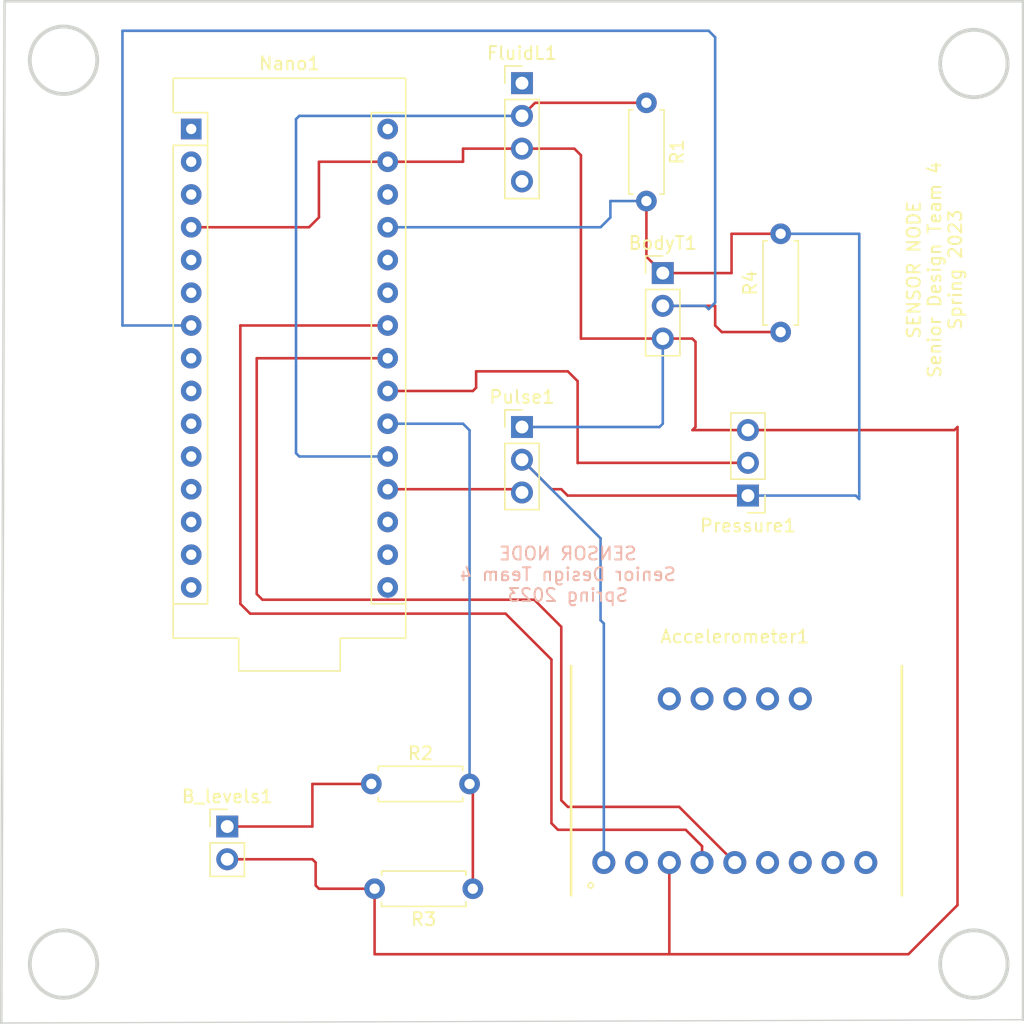
<source format=kicad_pcb>
(kicad_pcb (version 20211014) (generator pcbnew)
  (title_block (title "Sensor Node PCB") (rev "v01") (comment 4 "Author: Maryam Mukhtar "))
  (layers (0 "F.Cu" signal) (31 "B.Cu" signal) (34 "B.Paste" user) (35 "F.Paste" user) (36 "B.SilkS" user "B.Silkscreen") (37 "F.SilkS" user "F.Silkscreen") (38 "B.Mask" user) (39 "F.Mask" user) (44 "Edge.Cuts" user))
  (net 0 "")
  (net 1 "Net-(Nano1-Pad27)")
  (net 2 "Net-(Accelerometer1-Pad3)")
  (net 4 "Net-(Accelerometer1-Pad4)")
  (net 5 "Net-(Accelerometer1-Pad5)")
  (net 15 "Net-(Nano1-Pad7)")
  (net 18 "Net-(FluidL1-Pad2)")
  (net 19 "Net-(Nano1-Pad22)")
  (net 20 "Net-(Nano1-Pad19)")
  (net 21 "Net-(B_levels1-Pad1)")
  (net 29 "Net-(Nano1-Pad21)")
  (footprint "Arduino:Arduino_Nano" (layer "F.Cu") (at 134.366 53.594)
    (fp_text reference "Nano1" (at 7.62 -5.08) (layer "F.SilkS"))
    (fp_text value "Arduino_Nano")
    (fp_line (start 16.637 -3.937) (end -1.397 -3.937) (layer "F.SilkS") (width 0.12))
    (fp_line (start 13.97 36.83) (end 16.64 36.83) (layer "F.SilkS") (width 0.12))
    (fp_line (start 1.27 36.83) (end -1.4 36.83) (layer "F.SilkS") (width 0.12))
    (fp_line (start 3.683 42.037) (end 3.683 39.497) (layer "F.SilkS") (width 0.12))
    (fp_line (start 16.637 39.497) (end 16.637 -3.937) (layer "F.SilkS") (width 0.12))
    (fp_line (start -1.397 1.27) (end -1.397 39.497) (layer "F.SilkS") (width 0.12))
    (fp_line (start 1.27 1.27) (end 1.27 -1.27) (layer "F.SilkS") (width 0.12))
    (fp_line (start 13.97 -1.27) (end 13.97 36.83) (layer "F.SilkS") (width 0.12))
    (fp_line (start 3.683 42.037) (end 11.557 42.037) (layer "F.SilkS") (width 0.12))
    (fp_line (start 1.27 1.27) (end 1.27 36.83) (layer "F.SilkS") (width 0.12))
    (fp_line (start -1.397 39.497) (end 3.683 39.497) (layer "F.SilkS") (width 0.12))
    (fp_line (start 11.557 42.037) (end 11.557 39.497) (layer "F.SilkS") (width 0.12))
    (fp_line (start 11.557 39.497) (end 16.637 39.497) (layer "F.SilkS") (width 0.12))
    (fp_line (start 1.27 1.27) (end -1.397 1.27) (layer "F.SilkS") (width 0.12))
    (fp_line (start 1.27 -1.27) (end -1.397 -1.27) (layer "F.SilkS") (width 0.12))
    (fp_line (start -1.397 -3.937) (end -1.397 -1.27) (layer "F.SilkS") (width 0.12))
    (fp_line (start 13.97 -1.27) (end 16.64 -1.27) (layer "F.SilkS") (width 0.12))
    (pad "1" thru_hole rect locked (at 0 0) (size 1.6 1.6) (drill 0.8) (layers *.Cu *.Mask))
    (pad "2" thru_hole oval locked (at 0 2.54) (size 1.6 1.6) (drill 0.8) (layers *.Cu *.Mask))
    (pad "3" thru_hole oval locked (at 0 5.08) (size 1.6 1.6) (drill 0.8) (layers *.Cu *.Mask))
    (pad "4" thru_hole oval locked (at 0 7.62) (size 1.6 1.6) (drill 0.8) (layers *.Cu *.Mask) (net 2 "Net-(Accelerometer1-Pad3)"))
    (pad "5" thru_hole oval locked (at 0 10.16) (size 1.6 1.6) (drill 0.8) (layers *.Cu *.Mask))
    (pad "6" thru_hole oval locked (at 0 12.7) (size 1.6 1.6) (drill 0.8) (layers *.Cu *.Mask))
    (pad "7" thru_hole oval locked (at 0 15.24) (size 1.6 1.6) (drill 0.8) (layers *.Cu *.Mask) (net 15 "Net-(Nano1-Pad7)"))
    (pad "8" thru_hole oval locked (at 0 17.78) (size 1.6 1.6) (drill 0.8) (layers *.Cu *.Mask))
    (pad "9" thru_hole oval locked (at 0 20.32) (size 1.6 1.6) (drill 0.8) (layers *.Cu *.Mask))
    (pad "10" thru_hole oval locked (at 0 22.86) (size 1.6 1.6) (drill 0.8) (layers *.Cu *.Mask))
    (pad "11" thru_hole oval locked (at 0 25.4) (size 1.6 1.6) (drill 0.8) (layers *.Cu *.Mask))
    (pad "12" thru_hole oval locked (at 0 27.94) (size 1.6 1.6) (drill 0.8) (layers *.Cu *.Mask))
    (pad "13" thru_hole oval locked (at 0 30.48) (size 1.6 1.6) (drill 0.8) (layers *.Cu *.Mask))
    (pad "14" thru_hole oval locked (at 0 33.02) (size 1.6 1.6) (drill 0.8) (layers *.Cu *.Mask))
    (pad "15" thru_hole oval locked (at 0 35.56) (size 1.6 1.6) (drill 0.8) (layers *.Cu *.Mask))
    (pad "16" thru_hole oval locked (at 15.24 35.56) (size 1.6 1.6) (drill 0.8) (layers *.Cu *.Mask))
    (pad "17" thru_hole oval locked (at 15.24 33.02) (size 1.6 1.6) (drill 0.8) (layers *.Cu *.Mask))
    (pad "18" thru_hole oval locked (at 15.24 30.48) (size 1.6 1.6) (drill 0.8) (layers *.Cu *.Mask))
    (pad "19" thru_hole oval locked (at 15.24 27.94) (size 1.6 1.6) (drill 0.8) (layers *.Cu *.Mask) (net 20 "Net-(Nano1-Pad19)"))
    (pad "20" thru_hole oval locked (at 15.24 25.4) (size 1.6 1.6) (drill 0.8) (layers *.Cu *.Mask) (net 18 "Net-(FluidL1-Pad2)"))
    (pad "21" thru_hole oval locked (at 15.24 22.86) (size 1.6 1.6) (drill 0.8) (layers *.Cu *.Mask) (net 29 "Net-(Nano1-Pad21)"))
    (pad "22" thru_hole oval locked (at 15.24 20.32) (size 1.6 1.6) (drill 0.8) (layers *.Cu *.Mask) (net 19 "Net-(Nano1-Pad22)"))
    (pad "23" thru_hole oval locked (at 15.24 17.78) (size 1.6 1.6) (drill 0.8) (layers *.Cu *.Mask) (net 5 "Net-(Accelerometer1-Pad5)"))
    (pad "24" thru_hole oval locked (at 15.24 15.24) (size 1.6 1.6) (drill 0.8) (layers *.Cu *.Mask) (net 4 "Net-(Accelerometer1-Pad4)"))
    (pad "25" thru_hole oval locked (at 15.24 12.7) (size 1.6 1.6) (drill 0.8) (layers *.Cu *.Mask))
    (pad "26" thru_hole oval locked (at 15.24 10.16) (size 1.6 1.6) (drill 0.8) (layers *.Cu *.Mask))
    (pad "27" thru_hole oval locked (at 15.24 7.62) (size 1.6 1.6) (drill 0.8) (layers *.Cu *.Mask) (net 1 "Net-(Nano1-Pad27)"))
    (pad "28" thru_hole oval locked (at 15.24 5.08) (size 1.6 1.6) (drill 0.8) (layers *.Cu *.Mask))
    (pad "29" thru_hole oval locked (at 15.24 2.54) (size 1.6 1.6) (drill 0.8) (layers *.Cu *.Mask) (net 2 "Net-(Accelerometer1-Pad3)"))
    (pad "30" thru_hole oval locked (at 15.24 0) (size 1.6 1.6) (drill 0.8) (layers *.Cu *.Mask))
  )
  (footprint "Connector_PinHeader_2.54mm:PinHeader_1x02_P2.54mm_Vertical" (layer "F.Cu") (at 137.16 107.696)
    (fp_text reference "B_levels1" (at 0 -2.33) (layer "F.SilkS"))
    (fp_text value "BT_L_Port")
    (fp_line (start -1.33 1.27) (end 1.33 1.27) (layer "F.SilkS") (width 0.12))
    (fp_line (start -1.33 0) (end -1.33 -1.33) (layer "F.SilkS") (width 0.12))
    (fp_line (start -1.33 -1.33) (end 0 -1.33) (layer "F.SilkS") (width 0.12))
    (fp_line (start -1.33 1.27) (end -1.33 3.87) (layer "F.SilkS") (width 0.12))
    (fp_line (start 1.33 1.27) (end 1.33 3.87) (layer "F.SilkS") (width 0.12))
    (fp_line (start -1.33 3.87) (end 1.33 3.87) (layer "F.SilkS") (width 0.12))
    (pad "1" thru_hole rect (at 0 0) (size 1.7 1.7) (drill 1) (layers *.Cu *.Mask) (net 21 "Net-(B_levels1-Pad1)"))
    (pad "2" thru_hole oval (at 0 2.54) (size 1.7 1.7) (drill 1) (layers *.Cu *.Mask) (net 2 "Net-(Accelerometer1-Pad3)"))
  )
  (footprint "Resistor_THT:R_Axial_DIN0207_L6.3mm_D2.5mm_P7.62mm_Horizontal" (layer "F.Cu") (at 169.672 51.562 -90)
    (fp_text reference "R1" (at 3.81 -2.37 90) (layer "F.SilkS"))
    (fp_text value "560Ω")
    (fp_line (start 0.54 1.37) (end 7.08 1.37) (layer "F.SilkS") (width 0.12))
    (fp_line (start 0.54 -1.04) (end 0.54 -1.37) (layer "F.SilkS") (width 0.12))
    (fp_line (start 7.08 1.37) (end 7.08 1.04) (layer "F.SilkS") (width 0.12))
    (fp_line (start 0.54 1.04) (end 0.54 1.37) (layer "F.SilkS") (width 0.12))
    (fp_line (start 7.08 -1.37) (end 7.08 -1.04) (layer "F.SilkS") (width 0.12))
    (fp_line (start 0.54 -1.37) (end 7.08 -1.37) (layer "F.SilkS") (width 0.12))
    (pad "1" thru_hole circle (at 0 0 270) (size 1.6 1.6) (drill 0.8) (layers *.Cu *.Mask) (net 18 "Net-(FluidL1-Pad2)"))
    (pad "2" thru_hole oval (at 7.62 0 270) (size 1.6 1.6) (drill 0.8) (layers *.Cu *.Mask) (net 1 "Net-(Nano1-Pad27)"))
  )
  (footprint "Connector_PinHeader_2.54mm:PinHeader_1x04_P2.54mm_Vertical" (layer "F.Cu") (at 160.02 50.038)
    (fp_text reference "FluidL1" (at 0 -2.33) (layer "F.SilkS"))
    (fp_text value "eTape_Port")
    (fp_line (start 1.33 1.27) (end 1.33 8.95) (layer "F.SilkS") (width 0.12))
    (fp_line (start -1.33 1.27) (end 1.33 1.27) (layer "F.SilkS") (width 0.12))
    (fp_line (start -1.33 1.27) (end -1.33 8.95) (layer "F.SilkS") (width 0.12))
    (fp_line (start -1.33 8.95) (end 1.33 8.95) (layer "F.SilkS") (width 0.12))
    (fp_line (start -1.33 -1.33) (end 0 -1.33) (layer "F.SilkS") (width 0.12))
    (fp_line (start -1.33 0) (end -1.33 -1.33) (layer "F.SilkS") (width 0.12))
    (pad "1" thru_hole rect (at 0 0) (size 1.7 1.7) (drill 1) (layers *.Cu *.Mask))
    (pad "2" thru_hole oval (at 0 2.54) (size 1.7 1.7) (drill 1) (layers *.Cu *.Mask) (net 18 "Net-(FluidL1-Pad2)"))
    (pad "3" thru_hole oval (at 0 5.08) (size 1.7 1.7) (drill 1) (layers *.Cu *.Mask) (net 2 "Net-(Accelerometer1-Pad3)"))
    (pad "4" thru_hole oval (at 0 7.62) (size 1.7 1.7) (drill 1) (layers *.Cu *.Mask))
  )
  (footprint "Connector_PinHeader_2.54mm:PinHeader_1x03_P2.54mm_Vertical" (layer "F.Cu") (at 160.02 76.708)
    (fp_text reference "Pulse1" (at 0 -2.33) (layer "F.SilkS"))
    (fp_text value "SEN-11574_Port")
    (fp_line (start -1.33 0) (end -1.33 -1.33) (layer "F.SilkS") (width 0.12))
    (fp_line (start -1.33 1.27) (end 1.33 1.27) (layer "F.SilkS") (width 0.12))
    (fp_line (start -1.33 6.41) (end 1.33 6.41) (layer "F.SilkS") (width 0.12))
    (fp_line (start -1.33 -1.33) (end 0 -1.33) (layer "F.SilkS") (width 0.12))
    (fp_line (start -1.33 1.27) (end -1.33 6.41) (layer "F.SilkS") (width 0.12))
    (fp_line (start 1.33 1.27) (end 1.33 6.41) (layer "F.SilkS") (width 0.12))
    (pad "1" thru_hole rect (at 0 0) (size 1.7 1.7) (drill 1) (layers *.Cu *.Mask) (net 2 "Net-(Accelerometer1-Pad3)"))
    (pad "2" thru_hole oval (at 0 2.54) (size 1.7 1.7) (drill 1) (layers *.Cu *.Mask) (net 1 "Net-(Nano1-Pad27)"))
    (pad "3" thru_hole oval (at 0 5.08) (size 1.7 1.7) (drill 1) (layers *.Cu *.Mask) (net 20 "Net-(Nano1-Pad19)"))
  )
  (footprint "Resistor_THT:R_Axial_DIN0207_L6.3mm_D2.5mm_P7.62mm_Horizontal" (layer "F.Cu") (at 180.086 69.342 90)
    (fp_text reference "R4" (at 3.81 -2.37 90) (layer "F.SilkS"))
    (fp_text value "4.7kΩ")
    (fp_line (start 0.54 1.04) (end 0.54 1.37) (layer "F.SilkS") (width 0.12))
    (fp_line (start 0.54 -1.04) (end 0.54 -1.37) (layer "F.SilkS") (width 0.12))
    (fp_line (start 7.08 1.37) (end 7.08 1.04) (layer "F.SilkS") (width 0.12))
    (fp_line (start 0.54 -1.37) (end 7.08 -1.37) (layer "F.SilkS") (width 0.12))
    (fp_line (start 0.54 1.37) (end 7.08 1.37) (layer "F.SilkS") (width 0.12))
    (fp_line (start 7.08 -1.37) (end 7.08 -1.04) (layer "F.SilkS") (width 0.12))
    (pad "1" thru_hole circle (at 0 0 90) (size 1.6 1.6) (drill 0.8) (layers *.Cu *.Mask) (net 15 "Net-(Nano1-Pad7)"))
    (pad "2" thru_hole oval (at 7.62 0 90) (size 1.6 1.6) (drill 0.8) (layers *.Cu *.Mask) (net 1 "Net-(Nano1-Pad27)"))
  )
  (footprint "My_footprints_Library:LSM6DSOX" (layer "F.Cu") (at 176.53 104.14)
    (fp_text reference "Accelerometer1" (at 0 -11.176 unlocked) (layer "F.SilkS"))
    (fp_text value "LSM6DSOX")
    (fp_line (start 12.954 8.89) (end 12.954 -8.89) (layer "F.SilkS") (width 0.2032))
    (fp_line (start -12.7 8.89) (end -12.7 -8.89) (layer "F.SilkS") (width 0.2032))
    (fp_circle (center -11.176 8.128) (end -10.9728 8.128) (layer "F.SilkS") (width 0.12) (fill none))
    (pad "1" thru_hole circle (at -10.16 6.35) (size 1.782 1.782) (drill 1.02) (layers *.Cu *.Mask) (net 1 "Net-(Nano1-Pad27)"))
    (pad "2" thru_hole circle (at -7.62 6.35) (size 1.782 1.782) (drill 1.02) (layers *.Cu *.Mask))
    (pad "3" thru_hole circle (at -5.08 6.35) (size 1.782 1.782) (drill 1.02) (layers *.Cu *.Mask) (net 2 "Net-(Accelerometer1-Pad3)"))
    (pad "4" thru_hole circle (at -2.54 6.35) (size 1.782 1.782) (drill 1.02) (layers *.Cu *.Mask) (net 4 "Net-(Accelerometer1-Pad4)"))
    (pad "5" thru_hole circle (at 0 6.35) (size 1.782 1.782) (drill 1.02) (layers *.Cu *.Mask) (net 5 "Net-(Accelerometer1-Pad5)"))
    (pad "6" thru_hole circle (at 2.54 6.35) (size 1.782 1.782) (drill 1.02) (layers *.Cu *.Mask))
    (pad "7" thru_hole circle (at 5.08 6.35) (size 1.782 1.782) (drill 1.02) (layers *.Cu *.Mask))
    (pad "8" thru_hole circle (at 7.62 6.35) (size 1.782 1.782) (drill 1.02) (layers *.Cu *.Mask))
    (pad "9" thru_hole circle (at 10.16 6.35) (size 1.782 1.782) (drill 1.02) (layers *.Cu *.Mask))
    (pad "10" thru_hole circle (at -5.08 -6.35) (size 1.782 1.782) (drill 1.02) (layers *.Cu *.Mask))
    (pad "11" thru_hole circle (at -2.54 -6.35) (size 1.782 1.782) (drill 1.02) (layers *.Cu *.Mask))
    (pad "12" thru_hole circle (at 0 -6.35) (size 1.782 1.782) (drill 1.02) (layers *.Cu *.Mask))
    (pad "13" thru_hole circle (at 2.54 -6.35) (size 1.782 1.782) (drill 1.02) (layers *.Cu *.Mask))
    (pad "14" thru_hole circle (at 5.08 -6.35) (size 1.782 1.782) (drill 1.02) (layers *.Cu *.Mask))
  )
  (footprint "Resistor_THT:R_Axial_DIN0207_L6.3mm_D2.5mm_P7.62mm_Horizontal" (layer "F.Cu") (at 148.336 104.394)
    (fp_text reference "R2" (at 3.81 -2.37) (layer "F.SilkS"))
    (fp_text value "21kΩ")
    (fp_line (start 0.54 -1.04) (end 0.54 -1.37) (layer "F.SilkS") (width 0.12))
    (fp_line (start 0.54 1.04) (end 0.54 1.37) (layer "F.SilkS") (width 0.12))
    (fp_line (start 7.08 1.37) (end 7.08 1.04) (layer "F.SilkS") (width 0.12))
    (fp_line (start 7.08 -1.37) (end 7.08 -1.04) (layer "F.SilkS") (width 0.12))
    (fp_line (start 0.54 1.37) (end 7.08 1.37) (layer "F.SilkS") (width 0.12))
    (fp_line (start 0.54 -1.37) (end 7.08 -1.37) (layer "F.SilkS") (width 0.12))
    (pad "1" thru_hole circle (at 0 0) (size 1.6 1.6) (drill 0.8) (layers *.Cu *.Mask) (net 21 "Net-(B_levels1-Pad1)"))
    (pad "2" thru_hole oval (at 7.62 0) (size 1.6 1.6) (drill 0.8) (layers *.Cu *.Mask) (net 29 "Net-(Nano1-Pad21)"))
  )
  (footprint "Resistor_THT:R_Axial_DIN0207_L6.3mm_D2.5mm_P7.62mm_Horizontal" (layer "F.Cu") (at 156.21 112.522 180)
    (fp_text reference "R3" (at 3.81 -2.37) (layer "F.SilkS"))
    (fp_text value "11kΩ")
    (fp_line (start 7.08 1.37) (end 7.08 1.04) (layer "F.SilkS") (width 0.12))
    (fp_line (start 0.54 1.04) (end 0.54 1.37) (layer "F.SilkS") (width 0.12))
    (fp_line (start 7.08 -1.37) (end 7.08 -1.04) (layer "F.SilkS") (width 0.12))
    (fp_line (start 0.54 -1.04) (end 0.54 -1.37) (layer "F.SilkS") (width 0.12))
    (fp_line (start 0.54 -1.37) (end 7.08 -1.37) (layer "F.SilkS") (width 0.12))
    (fp_line (start 0.54 1.37) (end 7.08 1.37) (layer "F.SilkS") (width 0.12))
    (pad "1" thru_hole circle (at 0 0 180) (size 1.6 1.6) (drill 0.8) (layers *.Cu *.Mask) (net 29 "Net-(Nano1-Pad21)"))
    (pad "2" thru_hole oval (at 7.62 0 180) (size 1.6 1.6) (drill 0.8) (layers *.Cu *.Mask) (net 2 "Net-(Accelerometer1-Pad3)"))
  )
  (footprint "Connector_PinHeader_2.54mm:PinHeader_1x03_P2.54mm_Vertical" (layer "F.Cu") (at 170.942 64.77)
    (fp_text reference "BodyT1" (at 0 -2.33) (layer "F.SilkS"))
    (fp_text value "LM35_Port")
    (fp_line (start -1.33 -1.33) (end 0 -1.33) (layer "F.SilkS") (width 0.12))
    (fp_line (start -1.33 6.41) (end 1.33 6.41) (layer "F.SilkS") (width 0.12))
    (fp_line (start -1.33 0) (end -1.33 -1.33) (layer "F.SilkS") (width 0.12))
    (fp_line (start 1.33 1.27) (end 1.33 6.41) (layer "F.SilkS") (width 0.12))
    (fp_line (start -1.33 1.27) (end -1.33 6.41) (layer "F.SilkS") (width 0.12))
    (fp_line (start -1.33 1.27) (end 1.33 1.27) (layer "F.SilkS") (width 0.12))
    (pad "1" thru_hole rect (at 0 0) (size 1.7 1.7) (drill 1) (layers *.Cu *.Mask) (net 1 "Net-(Nano1-Pad27)"))
    (pad "2" thru_hole oval (at 0 2.54) (size 1.7 1.7) (drill 1) (layers *.Cu *.Mask) (net 15 "Net-(Nano1-Pad7)"))
    (pad "3" thru_hole oval (at 0 5.08) (size 1.7 1.7) (drill 1) (layers *.Cu *.Mask) (net 2 "Net-(Accelerometer1-Pad3)"))
  )
  (footprint "Connector_PinHeader_2.54mm:PinHeader_1x03_P2.54mm_Vertical" (layer "F.Cu") (at 177.546 82.027 180)
    (fp_text reference "Pressure1" (at 0 -2.33) (layer "F.SilkS"))
    (fp_text value "P_trans_port")
    (fp_line (start 1.33 1.27) (end 1.33 6.41) (layer "F.SilkS") (width 0.12))
    (fp_line (start -1.33 0) (end -1.33 -1.33) (layer "F.SilkS") (width 0.12))
    (fp_line (start -1.33 -1.33) (end 0 -1.33) (layer "F.SilkS") (width 0.12))
    (fp_line (start -1.33 6.41) (end 1.33 6.41) (layer "F.SilkS") (width 0.12))
    (fp_line (start -1.33 1.27) (end 1.33 1.27) (layer "F.SilkS") (width 0.12))
    (fp_line (start -1.33 1.27) (end -1.33 6.41) (layer "F.SilkS") (width 0.12))
    (pad "1" thru_hole rect (at 0 0 180) (size 1.7 1.7) (drill 1) (layers *.Cu *.Mask) (net 1 "Net-(Nano1-Pad27)"))
    (pad "2" thru_hole oval (at 0 2.54 180) (size 1.7 1.7) (drill 1) (layers *.Cu *.Mask) (net 19 "Net-(Nano1-Pad22)"))
    (pad "3" thru_hole oval (at 0 5.08 180) (size 1.7 1.7) (drill 1) (layers *.Cu *.Mask) (net 2 "Net-(Accelerometer1-Pad3)"))
  )
  (gr_line (start 119.634 122.936) (end 198.882 122.682) (layer "Edge.Cuts") (width 0.1))
  (gr_circle (center 124.46 118.364) (end 127.07509 118.364) (layer "Edge.Cuts") (width 0.3) (fill none))
  (gr_line (start 119.888 43.688) (end 119.634 122.936) (layer "Edge.Cuts") (width 0.2))
  (gr_circle (center 195.072 118.364) (end 197.68709 118.364) (layer "Edge.Cuts") (width 0.3) (fill none))
  (gr_line (start 198.882 43.688) (end 119.888 43.688) (layer "Edge.Cuts") (width 0.2))
  (gr_line (start 198.882 122.682) (end 198.882 43.688) (layer "Edge.Cuts") (width 0.2))
  (gr_circle (center 124.46 48.26) (end 127.07509 48.26) (layer "Edge.Cuts") (width 0.3) (fill none))
  (gr_circle (center 195.072 48.514) (end 197.68709 48.514) (layer "Edge.Cuts") (width 0.3) (fill none))
  (gr_text "SENSOR NODE\nSenior Design Team 4\nSpring 2023" (at 163.576 88.138) (layer "B.SilkS") (effects (font (size 1 1)) (justify mirror)))
  (gr_text "SENSOR NODE\nSenior Design Team 4\nSpring 2023" (at 192.024 64.516 -270) (layer "F.SilkS") (effects (font (size 1 1))))
  (segment (start 176.276 61.722) (end 176.276 64.77) (width 0.2) (layer "F.Cu") (net 1))
  (segment (start 162.306 81.534) (end 163.068 81.534) (width 0.2) (layer "F.Cu") (net 1))
  (segment (start 176.276 64.77) (end 170.942 64.77) (width 0.2) (layer "F.Cu") (net 1))
  (segment (start 163.561 82.027) (end 177.546 82.027) (width 0.2) (layer "F.Cu") (net 1))
  (segment (start 160.02 79.248) (end 162.306 81.534) (width 0.2) (layer "F.Cu") (net 1))
  (segment (start 169.672 63.5) (end 170.942 64.77) (width 0.2) (layer "F.Cu") (net 1))
  (segment (start 169.672 59.182) (end 169.672 63.5) (width 0.2) (layer "F.Cu") (net 1))
  (segment (start 163.068 81.534) (end 163.561 82.027) (width 0.2) (layer "F.Cu") (net 1))
  (segment (start 180.086 61.722) (end 176.276 61.722) (width 0.2) (layer "F.Cu") (net 1))
  (segment (start 160.02 79.248) (end 166.116 85.344) (width 0.2) (layer "B.Cu") (net 1))
  (segment (start 166.116 91.694) (end 166.37 91.948) (width 0.2) (layer "B.Cu") (net 1))
  (segment (start 166.116 85.344) (end 166.116 91.694) (width 0.2) (layer "B.Cu") (net 1))
  (segment (start 186.182 61.722) (end 180.086 61.722) (width 0.2) (layer "B.Cu") (net 1))
  (segment (start 166.878 59.182) (end 169.672 59.182) (width 0.2) (layer "B.Cu") (net 1))
  (segment (start 149.606 61.214) (end 166.116 61.214) (width 0.2) (layer "B.Cu") (net 1))
  (segment (start 166.878 60.452) (end 166.878 59.182) (width 0.2) (layer "B.Cu") (net 1))
  (segment (start 185.913 82.027) (end 186.182 82.296) (width 0.2) (layer "B.Cu") (net 1))
  (segment (start 186.182 82.296) (end 186.182 61.722) (width 0.2) (layer "B.Cu") (net 1))
  (segment (start 166.116 61.214) (end 166.878 60.452) (width 0.2) (layer "B.Cu") (net 1))
  (segment (start 166.37 91.948) (end 166.37 110.49) (width 0.2) (layer "B.Cu") (net 1))
  (segment (start 177.546 82.027) (end 185.913 82.027) (width 0.2) (layer "B.Cu") (net 1))
  (segment (start 143.51 61.214) (end 144.272 60.452) (width 0.2) (layer "F.Cu") (net 2))
  (segment (start 143.764 110.236) (end 144.018 110.49) (width 0.2) (layer "F.Cu") (net 2))
  (segment (start 144.272 56.134) (end 149.606 56.134) (width 0.2) (layer "F.Cu") (net 2))
  (segment (start 173.482 76.708) (end 173.243 76.947) (width 0.2) (layer "F.Cu") (net 2))
  (segment (start 134.366 61.214) (end 143.51 61.214) (width 0.2) (layer "F.Cu") (net 2))
  (segment (start 171.45 110.49) (end 171.45 117.602) (width 0.2) (layer "F.Cu") (net 2))
  (segment (start 149.606 56.134) (end 155.448 56.134) (width 0.2) (layer "F.Cu") (net 2))
  (segment (start 160.02 55.118) (end 164.084 55.118) (width 0.2) (layer "F.Cu") (net 2))
  (segment (start 193.802 76.708) (end 193.563 76.947) (width 0.2) (layer "F.Cu") (net 2))
  (segment (start 155.448 55.118) (end 160.02 55.118) (width 0.2) (layer "F.Cu") (net 2))
  (segment (start 173.243 76.947) (end 177.546 76.947) (width 0.2) (layer "F.Cu") (net 2))
  (segment (start 193.563 76.947) (end 177.546 76.947) (width 0.2) (layer "F.Cu") (net 2))
  (segment (start 148.59 117.602) (end 171.45 117.602) (width 0.2) (layer "F.Cu") (net 2))
  (segment (start 173.482 70.104) (end 173.482 76.708) (width 0.2) (layer "F.Cu") (net 2))
  (segment (start 155.448 56.134) (end 155.448 55.118) (width 0.2) (layer "F.Cu") (net 2))
  (segment (start 164.592 69.85) (end 170.942 69.85) (width 0.2) (layer "F.Cu") (net 2))
  (segment (start 137.16 110.236) (end 143.764 110.236) (width 0.2) (layer "F.Cu") (net 2))
  (segment (start 189.992 117.602) (end 193.802 113.792) (width 0.2) (layer "F.Cu") (net 2))
  (segment (start 144.018 112.268) (end 144.272 112.522) (width 0.2) (layer "F.Cu") (net 2))
  (segment (start 144.272 60.452) (end 144.272 56.134) (width 0.2) (layer "F.Cu") (net 2))
  (segment (start 193.802 113.792) (end 193.802 76.708) (width 0.2) (layer "F.Cu") (net 2))
  (segment (start 164.592 55.626) (end 164.592 69.85) (width 0.2) (layer "F.Cu") (net 2))
  (segment (start 170.942 69.85) (end 173.228 69.85) (width 0.2) (layer "F.Cu") (net 2))
  (segment (start 144.272 112.522) (end 148.59 112.522) (width 0.2) (layer "F.Cu") (net 2))
  (segment (start 144.018 110.49) (end 144.018 112.268) (width 0.2) (layer "F.Cu") (net 2))
  (segment (start 148.59 112.522) (end 148.59 117.602) (width 0.2) (layer "F.Cu") (net 2))
  (segment (start 164.084 55.118) (end 164.592 55.626) (width 0.2) (layer "F.Cu") (net 2))
  (segment (start 173.228 69.85) (end 173.482 70.104) (width 0.2) (layer "F.Cu") (net 2))
  (segment (start 171.45 117.602) (end 189.992 117.602) (width 0.2) (layer "F.Cu") (net 2))
  (segment (start 160.02 76.708) (end 170.688 76.708) (width 0.2) (layer "B.Cu") (net 2))
  (segment (start 170.688 76.708) (end 170.942 76.454) (width 0.2) (layer "B.Cu") (net 2))
  (segment (start 170.942 76.454) (end 170.942 69.85) (width 0.2) (layer "B.Cu") (net 2))
  (segment (start 173.99 109.22) (end 172.72 107.95) (width 0.2) (layer "F.Cu") (net 4))
  (segment (start 162.306 107.442) (end 162.306 94.742) (width 0.2) (layer "F.Cu") (net 4))
  (segment (start 138.938 91.186) (end 138.176 90.424) (width 0.2) (layer "F.Cu") (net 4))
  (segment (start 138.176 68.834) (end 149.606 68.834) (width 0.2) (layer "F.Cu") (net 4))
  (segment (start 172.72 107.95) (end 162.814 107.95) (width 0.2) (layer "F.Cu") (net 4))
  (segment (start 162.814 107.95) (end 162.306 107.442) (width 0.2) (layer "F.Cu") (net 4))
  (segment (start 138.176 90.424) (end 138.176 68.834) (width 0.2) (layer "F.Cu") (net 4))
  (segment (start 173.99 110.49) (end 173.99 109.22) (width 0.2) (layer "F.Cu") (net 4))
  (segment (start 162.306 94.742) (end 158.75 91.186) (width 0.2) (layer "F.Cu") (net 4))
  (segment (start 158.75 91.186) (end 138.938 91.186) (width 0.2) (layer "F.Cu") (net 4))
  (segment (start 139.446 89.662) (end 139.446 71.374) (width 0.2) (layer "F.Cu") (net 5))
  (segment (start 139.446 71.374) (end 149.606 71.374) (width 0.2) (layer "F.Cu") (net 5))
  (segment (start 172.212 106.172) (end 163.576 106.172) (width 0.2) (layer "F.Cu") (net 5))
  (segment (start 176.53 110.49) (end 172.212 106.172) (width 0.2) (layer "F.Cu") (net 5))
  (segment (start 163.068 92.202) (end 160.970311 90.104311) (width 0.2) (layer "F.Cu") (net 5))
  (segment (start 163.576 106.172) (end 163.068 105.664) (width 0.2) (layer "F.Cu") (net 5))
  (segment (start 139.888311 90.104311) (end 139.446 89.662) (width 0.2) (layer "F.Cu") (net 5))
  (segment (start 160.970311 90.104311) (end 139.888311 90.104311) (width 0.2) (layer "F.Cu") (net 5))
  (segment (start 163.068 105.664) (end 163.068 92.202) (width 0.2) (layer "F.Cu") (net 5))
  (segment (start 175.006 68.834) (end 175.006 67.31) (width 0.2) (layer "F.Cu") (net 15))
  (segment (start 175.006 67.31) (end 170.942 67.31) (width 0.2) (layer "F.Cu") (net 15))
  (segment (start 180.086 69.342) (end 175.514 69.342) (width 0.2) (layer "F.Cu") (net 15))
  (segment (start 175.514 69.342) (end 175.006 68.834) (width 0.2) (layer "F.Cu") (net 15))
  (segment (start 174.498 45.974) (end 175.006 46.482) (width 0.2) (layer "B.Cu") (net 15))
  (segment (start 174.244 67.31) (end 170.942 67.31) (width 0.2) (layer "B.Cu") (net 15))
  (segment (start 129.032 45.974) (end 174.498 45.974) (width 0.2) (layer "B.Cu") (net 15))
  (segment (start 174.498 67.564) (end 174.244 67.31) (width 0.2) (layer "B.Cu") (net 15))
  (segment (start 175.006 46.482) (end 175.006 67.056) (width 0.2) (layer "B.Cu") (net 15))
  (segment (start 129.032 68.834) (end 129.032 45.974) (width 0.2) (layer "B.Cu") (net 15))
  (segment (start 134.366 68.834) (end 129.032 68.834) (width 0.2) (layer "B.Cu") (net 15))
  (segment (start 175.006 67.056) (end 174.498 67.564) (width 0.2) (layer "B.Cu") (net 15))
  (segment (start 161.036 51.562) (end 160.02 52.578) (width 0.2) (layer "F.Cu") (net 18))
  (segment (start 169.672 51.562) (end 161.036 51.562) (width 0.2) (layer "F.Cu") (net 18))
  (segment (start 142.494 78.74) (end 142.748 78.994) (width 0.2) (layer "B.Cu") (net 18))
  (segment (start 142.494 52.832) (end 142.494 78.74) (width 0.2) (layer "B.Cu") (net 18))
  (segment (start 160.02 52.578) (end 142.748 52.578) (width 0.2) (layer "B.Cu") (net 18))
  (segment (start 142.748 52.578) (end 142.494 52.832) (width 0.2) (layer "B.Cu") (net 18))
  (segment (start 142.748 78.994) (end 149.606 78.994) (width 0.2) (layer "B.Cu") (net 18))
  (segment (start 164.353 79.487) (end 177.546 79.487) (width 0.2) (layer "F.Cu") (net 19))
  (segment (start 163.576 72.39) (end 164.338 73.152) (width 0.2) (layer "F.Cu") (net 19))
  (segment (start 156.21 73.914) (end 156.464 73.66) (width 0.2) (layer "F.Cu") (net 19))
  (segment (start 149.606 73.914) (end 156.21 73.914) (width 0.2) (layer "F.Cu") (net 19))
  (segment (start 164.338 73.152) (end 164.338 79.502) (width 0.2) (layer "F.Cu") (net 19))
  (segment (start 156.464 73.66) (end 156.464 72.39) (width 0.2) (layer "F.Cu") (net 19))
  (segment (start 156.464 72.39) (end 163.576 72.39) (width 0.2) (layer "F.Cu") (net 19))
  (segment (start 164.338 79.502) (end 164.353 79.487) (width 0.2) (layer "F.Cu") (net 19))
  (segment (start 149.606 81.534) (end 159.766 81.534) (width 0.2) (layer "F.Cu") (net 20))
  (segment (start 159.766 81.534) (end 160.02 81.788) (width 0.2) (layer "F.Cu") (net 20))
  (segment (start 143.764 107.696) (end 143.764 104.394) (width 0.2) (layer "F.Cu") (net 21))
  (segment (start 143.764 104.394) (end 148.336 104.394) (width 0.2) (layer "F.Cu") (net 21))
  (segment (start 137.16 107.696) (end 143.764 107.696) (width 0.2) (layer "F.Cu") (net 21))
  (segment (start 156.21 112.522) (end 156.21 104.648) (width 0.2) (layer "F.Cu") (net 29))
  (segment (start 156.21 104.648) (end 155.956 104.394) (width 0.2) (layer "F.Cu") (net 29))
  (segment (start 155.448 76.454) (end 149.606 76.454) (width 0.2) (layer "B.Cu") (net 29))
  (segment (start 155.956 104.394) (end 155.956 76.962) (width 0.2) (layer "B.Cu") (net 29))
  (segment (start 155.956 76.962) (end 155.448 76.454) (width 0.2) (layer "B.Cu") (net 29))
)
</source>
